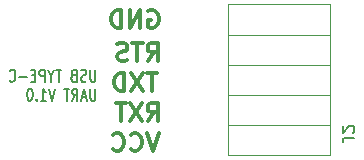
<source format=gbr>
%TF.GenerationSoftware,KiCad,Pcbnew,(6.0.2)*%
%TF.CreationDate,2022-03-29T21:44:57+08:00*%
%TF.ProjectId,CH340-USB-C,43483334-302d-4555-9342-2d432e6b6963,rev?*%
%TF.SameCoordinates,Original*%
%TF.FileFunction,Legend,Bot*%
%TF.FilePolarity,Positive*%
%FSLAX46Y46*%
G04 Gerber Fmt 4.6, Leading zero omitted, Abs format (unit mm)*
G04 Created by KiCad (PCBNEW (6.0.2)) date 2022-03-29 21:44:57*
%MOMM*%
%LPD*%
G01*
G04 APERTURE LIST*
%ADD10C,0.300000*%
%ADD11C,0.150000*%
%ADD12C,0.120000*%
G04 APERTURE END LIST*
D10*
X108680000Y-133798571D02*
X108180000Y-135298571D01*
X107680000Y-133798571D01*
X106322857Y-135155714D02*
X106394285Y-135227142D01*
X106608571Y-135298571D01*
X106751428Y-135298571D01*
X106965714Y-135227142D01*
X107108571Y-135084285D01*
X107180000Y-134941428D01*
X107251428Y-134655714D01*
X107251428Y-134441428D01*
X107180000Y-134155714D01*
X107108571Y-134012857D01*
X106965714Y-133870000D01*
X106751428Y-133798571D01*
X106608571Y-133798571D01*
X106394285Y-133870000D01*
X106322857Y-133941428D01*
X104822857Y-135155714D02*
X104894285Y-135227142D01*
X105108571Y-135298571D01*
X105251428Y-135298571D01*
X105465714Y-135227142D01*
X105608571Y-135084285D01*
X105680000Y-134941428D01*
X105751428Y-134655714D01*
X105751428Y-134441428D01*
X105680000Y-134155714D01*
X105608571Y-134012857D01*
X105465714Y-133870000D01*
X105251428Y-133798571D01*
X105108571Y-133798571D01*
X104894285Y-133870000D01*
X104822857Y-133941428D01*
X107755428Y-127678571D02*
X108255428Y-126964285D01*
X108612571Y-127678571D02*
X108612571Y-126178571D01*
X108041142Y-126178571D01*
X107898285Y-126250000D01*
X107826857Y-126321428D01*
X107755428Y-126464285D01*
X107755428Y-126678571D01*
X107826857Y-126821428D01*
X107898285Y-126892857D01*
X108041142Y-126964285D01*
X108612571Y-126964285D01*
X107326857Y-126178571D02*
X106469714Y-126178571D01*
X106898285Y-127678571D02*
X106898285Y-126178571D01*
X106041142Y-127607142D02*
X105826857Y-127678571D01*
X105469714Y-127678571D01*
X105326857Y-127607142D01*
X105255428Y-127535714D01*
X105184000Y-127392857D01*
X105184000Y-127250000D01*
X105255428Y-127107142D01*
X105326857Y-127035714D01*
X105469714Y-126964285D01*
X105755428Y-126892857D01*
X105898285Y-126821428D01*
X105969714Y-126750000D01*
X106041142Y-126607142D01*
X106041142Y-126464285D01*
X105969714Y-126321428D01*
X105898285Y-126250000D01*
X105755428Y-126178571D01*
X105398285Y-126178571D01*
X105184000Y-126250000D01*
X107822857Y-123456000D02*
X107965714Y-123384571D01*
X108180000Y-123384571D01*
X108394285Y-123456000D01*
X108537142Y-123598857D01*
X108608571Y-123741714D01*
X108680000Y-124027428D01*
X108680000Y-124241714D01*
X108608571Y-124527428D01*
X108537142Y-124670285D01*
X108394285Y-124813142D01*
X108180000Y-124884571D01*
X108037142Y-124884571D01*
X107822857Y-124813142D01*
X107751428Y-124741714D01*
X107751428Y-124241714D01*
X108037142Y-124241714D01*
X107108571Y-124884571D02*
X107108571Y-123384571D01*
X106251428Y-124884571D01*
X106251428Y-123384571D01*
X105537142Y-124884571D02*
X105537142Y-123384571D01*
X105180000Y-123384571D01*
X104965714Y-123456000D01*
X104822857Y-123598857D01*
X104751428Y-123741714D01*
X104680000Y-124027428D01*
X104680000Y-124241714D01*
X104751428Y-124527428D01*
X104822857Y-124670285D01*
X104965714Y-124813142D01*
X105180000Y-124884571D01*
X105537142Y-124884571D01*
X108572857Y-128718571D02*
X107715714Y-128718571D01*
X108144285Y-130218571D02*
X108144285Y-128718571D01*
X107358571Y-128718571D02*
X106358571Y-130218571D01*
X106358571Y-128718571D02*
X107358571Y-130218571D01*
X105787142Y-130218571D02*
X105787142Y-128718571D01*
X105430000Y-128718571D01*
X105215714Y-128790000D01*
X105072857Y-128932857D01*
X105001428Y-129075714D01*
X104930000Y-129361428D01*
X104930000Y-129575714D01*
X105001428Y-129861428D01*
X105072857Y-130004285D01*
X105215714Y-130147142D01*
X105430000Y-130218571D01*
X105787142Y-130218571D01*
D11*
X103344023Y-128441380D02*
X103344023Y-129250904D01*
X103305928Y-129346142D01*
X103267833Y-129393761D01*
X103191642Y-129441380D01*
X103039261Y-129441380D01*
X102963071Y-129393761D01*
X102924976Y-129346142D01*
X102886880Y-129250904D01*
X102886880Y-128441380D01*
X102544023Y-129393761D02*
X102429738Y-129441380D01*
X102239261Y-129441380D01*
X102163071Y-129393761D01*
X102124976Y-129346142D01*
X102086880Y-129250904D01*
X102086880Y-129155666D01*
X102124976Y-129060428D01*
X102163071Y-129012809D01*
X102239261Y-128965190D01*
X102391642Y-128917571D01*
X102467833Y-128869952D01*
X102505928Y-128822333D01*
X102544023Y-128727095D01*
X102544023Y-128631857D01*
X102505928Y-128536619D01*
X102467833Y-128489000D01*
X102391642Y-128441380D01*
X102201166Y-128441380D01*
X102086880Y-128489000D01*
X101477357Y-128917571D02*
X101363071Y-128965190D01*
X101324976Y-129012809D01*
X101286880Y-129108047D01*
X101286880Y-129250904D01*
X101324976Y-129346142D01*
X101363071Y-129393761D01*
X101439261Y-129441380D01*
X101744023Y-129441380D01*
X101744023Y-128441380D01*
X101477357Y-128441380D01*
X101401166Y-128489000D01*
X101363071Y-128536619D01*
X101324976Y-128631857D01*
X101324976Y-128727095D01*
X101363071Y-128822333D01*
X101401166Y-128869952D01*
X101477357Y-128917571D01*
X101744023Y-128917571D01*
X100448785Y-128441380D02*
X99991642Y-128441380D01*
X100220214Y-129441380D02*
X100220214Y-128441380D01*
X99572595Y-128965190D02*
X99572595Y-129441380D01*
X99839261Y-128441380D02*
X99572595Y-128965190D01*
X99305928Y-128441380D01*
X99039261Y-129441380D02*
X99039261Y-128441380D01*
X98734500Y-128441380D01*
X98658309Y-128489000D01*
X98620214Y-128536619D01*
X98582119Y-128631857D01*
X98582119Y-128774714D01*
X98620214Y-128869952D01*
X98658309Y-128917571D01*
X98734500Y-128965190D01*
X99039261Y-128965190D01*
X98239261Y-128917571D02*
X97972595Y-128917571D01*
X97858309Y-129441380D02*
X98239261Y-129441380D01*
X98239261Y-128441380D01*
X97858309Y-128441380D01*
X97515452Y-129060428D02*
X96905928Y-129060428D01*
X96067833Y-129346142D02*
X96105928Y-129393761D01*
X96220214Y-129441380D01*
X96296404Y-129441380D01*
X96410690Y-129393761D01*
X96486880Y-129298523D01*
X96524976Y-129203285D01*
X96563071Y-129012809D01*
X96563071Y-128869952D01*
X96524976Y-128679476D01*
X96486880Y-128584238D01*
X96410690Y-128489000D01*
X96296404Y-128441380D01*
X96220214Y-128441380D01*
X96105928Y-128489000D01*
X96067833Y-128536619D01*
X103344023Y-130051380D02*
X103344023Y-130860904D01*
X103305928Y-130956142D01*
X103267833Y-131003761D01*
X103191642Y-131051380D01*
X103039261Y-131051380D01*
X102963071Y-131003761D01*
X102924976Y-130956142D01*
X102886880Y-130860904D01*
X102886880Y-130051380D01*
X102544023Y-130765666D02*
X102163071Y-130765666D01*
X102620214Y-131051380D02*
X102353547Y-130051380D01*
X102086880Y-131051380D01*
X101363071Y-131051380D02*
X101629738Y-130575190D01*
X101820214Y-131051380D02*
X101820214Y-130051380D01*
X101515452Y-130051380D01*
X101439261Y-130099000D01*
X101401166Y-130146619D01*
X101363071Y-130241857D01*
X101363071Y-130384714D01*
X101401166Y-130479952D01*
X101439261Y-130527571D01*
X101515452Y-130575190D01*
X101820214Y-130575190D01*
X101134500Y-130051380D02*
X100677357Y-130051380D01*
X100905928Y-131051380D02*
X100905928Y-130051380D01*
X99915452Y-130051380D02*
X99648785Y-131051380D01*
X99382119Y-130051380D01*
X98696404Y-131051380D02*
X99153547Y-131051380D01*
X98924976Y-131051380D02*
X98924976Y-130051380D01*
X99001166Y-130194238D01*
X99077357Y-130289476D01*
X99153547Y-130337095D01*
X98353547Y-130956142D02*
X98315452Y-131003761D01*
X98353547Y-131051380D01*
X98391642Y-131003761D01*
X98353547Y-130956142D01*
X98353547Y-131051380D01*
X97820214Y-130051380D02*
X97744023Y-130051380D01*
X97667833Y-130099000D01*
X97629738Y-130146619D01*
X97591642Y-130241857D01*
X97553547Y-130432333D01*
X97553547Y-130670428D01*
X97591642Y-130860904D01*
X97629738Y-130956142D01*
X97667833Y-131003761D01*
X97744023Y-131051380D01*
X97820214Y-131051380D01*
X97896404Y-131003761D01*
X97934500Y-130956142D01*
X97972595Y-130860904D01*
X98010690Y-130670428D01*
X98010690Y-130432333D01*
X97972595Y-130241857D01*
X97934500Y-130146619D01*
X97896404Y-130099000D01*
X97820214Y-130051380D01*
D10*
X107755428Y-132758571D02*
X108255428Y-132044285D01*
X108612571Y-132758571D02*
X108612571Y-131258571D01*
X108041142Y-131258571D01*
X107898285Y-131330000D01*
X107826857Y-131401428D01*
X107755428Y-131544285D01*
X107755428Y-131758571D01*
X107826857Y-131901428D01*
X107898285Y-131972857D01*
X108041142Y-132044285D01*
X108612571Y-132044285D01*
X107255428Y-131258571D02*
X106255428Y-132758571D01*
X106255428Y-131258571D02*
X107255428Y-132758571D01*
X105898285Y-131258571D02*
X105041142Y-131258571D01*
X105469714Y-132758571D02*
X105469714Y-131258571D01*
D11*
%TO.C,J2*%
X125261619Y-134191333D02*
X124547333Y-134191333D01*
X124404476Y-134238952D01*
X124309238Y-134334190D01*
X124261619Y-134477047D01*
X124261619Y-134572285D01*
X125166380Y-133762761D02*
X125214000Y-133715142D01*
X125261619Y-133619904D01*
X125261619Y-133381809D01*
X125214000Y-133286571D01*
X125166380Y-133238952D01*
X125071142Y-133191333D01*
X124975904Y-133191333D01*
X124833047Y-133238952D01*
X124261619Y-133810380D01*
X124261619Y-133191333D01*
D12*
X123187000Y-130556000D02*
X114557000Y-130556000D01*
X123187000Y-135696000D02*
X114557000Y-135696000D01*
X123187000Y-128016000D02*
X114557000Y-128016000D01*
X123187000Y-122876000D02*
X123187000Y-135696000D01*
X123187000Y-122876000D02*
X114557000Y-122876000D01*
X114557000Y-122876000D02*
X114557000Y-135696000D01*
X123187000Y-125476000D02*
X114557000Y-125476000D01*
X123187000Y-133096000D02*
X114557000Y-133096000D01*
%TD*%
M02*

</source>
